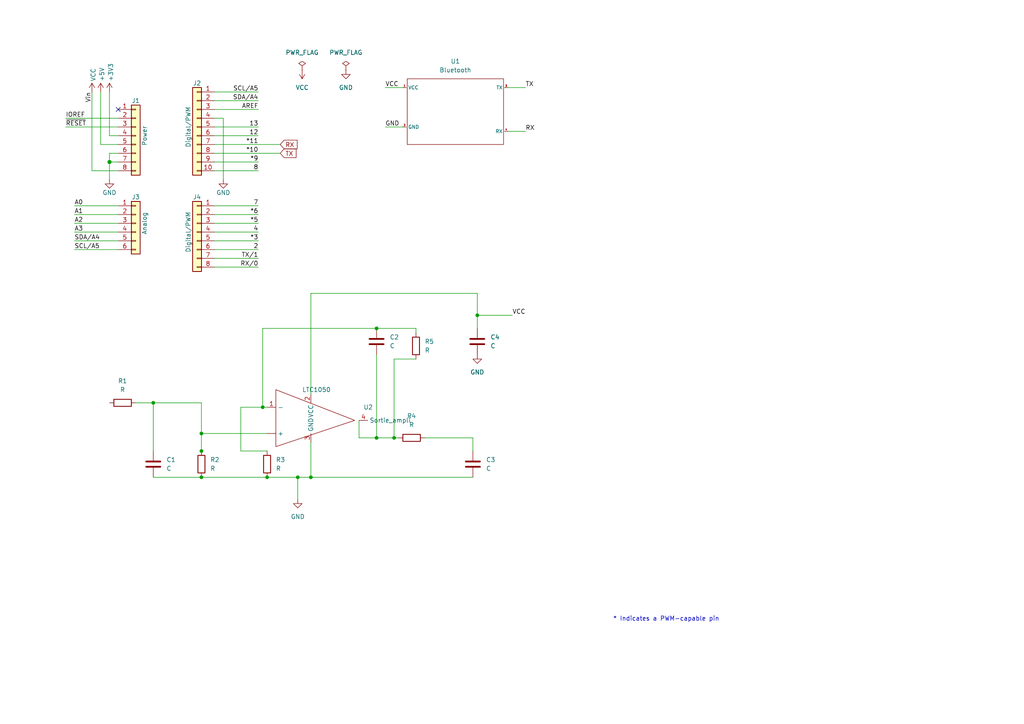
<source format=kicad_sch>
(kicad_sch (version 20211123) (generator eeschema)
  (paper "A4")
  (title_block (date "mar. 31 mars 2015"))
  (lib_symbols
    (symbol "Capteur_grapthie:Bluetooth"
      (property "Reference" "U" (at 0 0 0))
      (property "Value" "Bluetooth" (at 0 0 0))
      (symbol "Bluetooth_0_1"
        (rectangle (start -13.97 8.89) (end 13.97 -10.16))
      )
      (symbol "Bluetooth_1_1"
        (pin bidirectional line (at -15.24 6.35 0) (length 1) (name "VCC") (number "1"))
        (pin bidirectional line (at -15.24 -5.08 0) (length 1) (name "GND") (number "2"))
        (pin bidirectional line (at 15.24 6.35 180) (length 1) (name "TX") (number "3"))
        (pin bidirectional line (at 15.24 -6.35 180) (length 1) (name "RX") (number "4"))
      )
    )
    (symbol "Capteur_grapthie:LTC1050"
      (property "Reference" "U" (at 0 0 0))
      (property "Value" "LTC1050" (at -13.97 11.43 0))
      (symbol "LTC1050_0_1"
        (polyline (pts (xy -13.97 8.89) (xy 8.89 0) (xy -13.97 -7.62) (xy -13.97 8.89)))
      )
      (symbol "LTC1050_1_1"
        (pin input line (at -16.51 -3.81 0) (length 2.54) (name "+") (number ""))
        (pin input line (at -16.51 3.81 0) (length 2.54) (name "-") (number "1"))
        (pin bidirectional line (at -3.81 7.62 270) (length 2.54) (name "VCC") (number "2"))
        (pin bidirectional line (at -3.81 -6.35 90) (length 2.54) (name "GND") (number "3"))
        (pin output line (at 10.16 0 0) (length 2.54) (name "Sortie_ampli") (number "4"))
      )
    )
    (symbol "Connector_Generic:Conn_01x06" (pin_names (offset 1.016) hide)
      (property "Reference" "J" (at 0 7.62 0))
      (property "Value" "Conn_01x06" (at 0 -10.16 0))
      (symbol "Conn_01x06_1_1"
        (rectangle (start -1.27 -7.493) (end 0 -7.747) (stroke (width 0.1524)))
        (rectangle (start -1.27 -4.953) (end 0 -5.207) (stroke (width 0.1524)))
        (rectangle (start -1.27 -2.413) (end 0 -2.667) (stroke (width 0.1524)))
        (rectangle (start -1.27 0.127) (end 0 -0.127) (stroke (width 0.1524)))
        (rectangle (start -1.27 2.667) (end 0 2.413) (stroke (width 0.1524)))
        (rectangle (start -1.27 5.207) (end 0 4.953) (stroke (width 0.1524)))
        (rectangle (start -1.27 6.35) (end 1.27 -8.89) (stroke (width 0.254)) (fill (type background)))
        (pin passive line (at -5.08 5.08 0) (length 3.81) (name "Pin_1") (number "1"))
        (pin passive line (at -5.08 2.54 0) (length 3.81) (name "Pin_2") (number "2"))
        (pin passive line (at -5.08 0 0) (length 3.81) (name "Pin_3") (number "3"))
        (pin passive line (at -5.08 -2.54 0) (length 3.81) (name "Pin_4") (number "4"))
        (pin passive line (at -5.08 -5.08 0) (length 3.81) (name "Pin_5") (number "5"))
        (pin passive line (at -5.08 -7.62 0) (length 3.81) (name "Pin_6") (number "6"))
      )
    )
    (symbol "Connector_Generic:Conn_01x08" (pin_names (offset 1.016) hide)
      (property "Reference" "J" (at 0 10.16 0))
      (property "Value" "Conn_01x08" (at 0 -12.7 0))
      (symbol "Conn_01x08_1_1"
        (rectangle (start -1.27 -10.033) (end 0 -10.287) (stroke (width 0.1524)))
        (rectangle (start -1.27 -7.493) (end 0 -7.747) (stroke (width 0.1524)))
        (rectangle (start -1.27 -4.953) (end 0 -5.207) (stroke (width 0.1524)))
        (rectangle (start -1.27 -2.413) (end 0 -2.667) (stroke (width 0.1524)))
        (rectangle (start -1.27 0.127) (end 0 -0.127) (stroke (width 0.1524)))
        (rectangle (start -1.27 2.667) (end 0 2.413) (stroke (width 0.1524)))
        (rectangle (start -1.27 5.207) (end 0 4.953) (stroke (width 0.1524)))
        (rectangle (start -1.27 7.747) (end 0 7.493) (stroke (width 0.1524)))
        (rectangle (start -1.27 8.89) (end 1.27 -11.43) (stroke (width 0.254)) (fill (type background)))
        (pin passive line (at -5.08 7.62 0) (length 3.81) (name "Pin_1") (number "1"))
        (pin passive line (at -5.08 5.08 0) (length 3.81) (name "Pin_2") (number "2"))
        (pin passive line (at -5.08 2.54 0) (length 3.81) (name "Pin_3") (number "3"))
        (pin passive line (at -5.08 0 0) (length 3.81) (name "Pin_4") (number "4"))
        (pin passive line (at -5.08 -2.54 0) (length 3.81) (name "Pin_5") (number "5"))
        (pin passive line (at -5.08 -5.08 0) (length 3.81) (name "Pin_6") (number "6"))
        (pin passive line (at -5.08 -7.62 0) (length 3.81) (name "Pin_7") (number "7"))
        (pin passive line (at -5.08 -10.16 0) (length 3.81) (name "Pin_8") (number "8"))
      )
    )
    (symbol "Connector_Generic:Conn_01x10" (pin_names (offset 1.016) hide)
      (property "Reference" "J" (at 0 12.7 0))
      (property "Value" "Conn_01x10" (at 0 -15.24 0))
      (symbol "Conn_01x10_1_1"
        (rectangle (start -1.27 -12.573) (end 0 -12.827) (stroke (width 0.1524)))
        (rectangle (start -1.27 -10.033) (end 0 -10.287) (stroke (width 0.1524)))
        (rectangle (start -1.27 -7.493) (end 0 -7.747) (stroke (width 0.1524)))
        (rectangle (start -1.27 -4.953) (end 0 -5.207) (stroke (width 0.1524)))
        (rectangle (start -1.27 -2.413) (end 0 -2.667) (stroke (width 0.1524)))
        (rectangle (start -1.27 0.127) (end 0 -0.127) (stroke (width 0.1524)))
        (rectangle (start -1.27 2.667) (end 0 2.413) (stroke (width 0.1524)))
        (rectangle (start -1.27 5.207) (end 0 4.953) (stroke (width 0.1524)))
        (rectangle (start -1.27 7.747) (end 0 7.493) (stroke (width 0.1524)))
        (rectangle (start -1.27 10.287) (end 0 10.033) (stroke (width 0.1524)))
        (rectangle (start -1.27 11.43) (end 1.27 -13.97) (stroke (width 0.254)) (fill (type background)))
        (pin passive line (at -5.08 10.16 0) (length 3.81) (name "Pin_1") (number "1"))
        (pin passive line (at -5.08 -12.7 0) (length 3.81) (name "Pin_10") (number "10"))
        (pin passive line (at -5.08 7.62 0) (length 3.81) (name "Pin_2") (number "2"))
        (pin passive line (at -5.08 5.08 0) (length 3.81) (name "Pin_3") (number "3"))
        (pin passive line (at -5.08 2.54 0) (length 3.81) (name "Pin_4") (number "4"))
        (pin passive line (at -5.08 0 0) (length 3.81) (name "Pin_5") (number "5"))
        (pin passive line (at -5.08 -2.54 0) (length 3.81) (name "Pin_6") (number "6"))
        (pin passive line (at -5.08 -5.08 0) (length 3.81) (name "Pin_7") (number "7"))
        (pin passive line (at -5.08 -7.62 0) (length 3.81) (name "Pin_8") (number "8"))
        (pin passive line (at -5.08 -10.16 0) (length 3.81) (name "Pin_9") (number "9"))
      )
    )
    (symbol "Device:C" (pin_numbers hide) (pin_names (offset 0.254))
      (property "Reference" "C" (at 0.635 2.54 0))
      (property "Value" "C" (at 0.635 -2.54 0))
      (symbol "C_0_1"
        (polyline (pts (xy -2.032 -0.762) (xy 2.032 -0.762)) (stroke (width 0.508)))
        (polyline (pts (xy -2.032 0.762) (xy 2.032 0.762)) (stroke (width 0.508)))
      )
      (symbol "C_1_1"
        (pin passive line (at 0 3.81 270) (length 2.794) (name "~") (number "1"))
        (pin passive line (at 0 -3.81 90) (length 2.794) (name "~") (number "2"))
      )
    )
    (symbol "Device:R" (pin_numbers hide) (pin_names (offset 0))
      (property "Reference" "R" (at 2.032 0 90))
      (property "Value" "R" (at 0 0 90))
      (symbol "R_0_1"
        (rectangle (start -1.016 -2.54) (end 1.016 2.54) (stroke (width 0.254)))
      )
      (symbol "R_1_1"
        (pin passive line (at 0 3.81 270) (length 1.27) (name "~") (number "1"))
        (pin passive line (at 0 -3.81 90) (length 1.27) (name "~") (number "2"))
      )
    )
    (symbol "power:+3V3" (power) (pin_names (offset 0))
      (property "Value" "+3V3" (at 0 3.556 0))
      (symbol "+3V3_0_1"
        (polyline (pts (xy -0.762 1.27) (xy 0 2.54)))
        (polyline (pts (xy 0 0) (xy 0 2.54)))
        (polyline (pts (xy 0 2.54) (xy 0.762 1.27)))
      )
      (symbol "+3V3_1_1"
        (pin power_in line (at 0 0 90) (length 0) hide (name "+3V3") (number "1"))
      )
    )
    (symbol "power:+5V" (power) (pin_names (offset 0))
      (property "Value" "+5V" (at 0 3.556 0))
      (symbol "+5V_0_1"
        (polyline (pts (xy -0.762 1.27) (xy 0 2.54)))
        (polyline (pts (xy 0 0) (xy 0 2.54)))
        (polyline (pts (xy 0 2.54) (xy 0.762 1.27)))
      )
      (symbol "+5V_1_1"
        (pin power_in line (at 0 0 90) (length 0) hide (name "+5V") (number "1"))
      )
    )
    (symbol "power:GND" (power) (pin_names (offset 0))
      (property "Value" "GND" (at 0 -3.81 0))
      (symbol "GND_0_1"
        (polyline (pts (xy 0 0) (xy 0 -1.27) (xy 1.27 -1.27) (xy 0 -2.54) (xy -1.27 -1.27) (xy 0 -1.27)))
      )
      (symbol "GND_1_1"
        (pin power_in line (at 0 0 270) (length 0) hide (name "GND") (number "1"))
      )
    )
    (symbol "power:PWR_FLAG" (power) (pin_numbers hide) (pin_names (offset 0) hide)
      (property "Value" "PWR_FLAG" (at 0 3.81 0))
      (symbol "PWR_FLAG_0_0"
        (pin power_out line (at 0 0 90) (length 0) (name "pwr") (number "1"))
      )
      (symbol "PWR_FLAG_0_1"
        (polyline (pts (xy 0 0) (xy 0 1.27) (xy -1.016 1.905) (xy 0 2.54) (xy 1.016 1.905) (xy 0 1.27)))
      )
    )
    (symbol "power:VCC" (power) (pin_names (offset 0))
      (property "Value" "VCC" (at 0 3.81 0))
      (symbol "VCC_0_1"
        (polyline (pts (xy -0.762 1.27) (xy 0 2.54)))
        (polyline (pts (xy 0 0) (xy 0 2.54)))
        (polyline (pts (xy 0 2.54) (xy 0.762 1.27)))
      )
      (symbol "VCC_1_1"
        (pin power_in line (at 0 0 90) (length 0) hide (name "VCC") (number "1"))
      )
    )
  )
  (junction (at 138.43 91.44))
  (junction (at 44.45 116.84))
  (junction (at 86.36 138.43))
  (junction (at 114.3 127))
  (junction (at 58.42 130.81))
  (junction (at 31.75 46.99) (diameter 1.016))
  (junction (at 109.22 95.25))
  (junction (at 109.22 127))
  (junction (at 58.42 125.73))
  (junction (at 90.17 138.43))
  (junction (at 76.2 118.11))
  (junction (at 58.42 138.43))
  (junction (at 77.47 138.43))
  (no_connect (at 34.29 31.75))
  (wire (pts (xy 76.2 95.25) (xy 76.2 118.11)))
  (wire (pts (xy 62.23 44.45) (xy 81.28 44.45)))
  (wire (pts (xy 114.3 127) (xy 114.3 104.14)))
  (wire (pts (xy 62.23 26.67) (xy 74.93 26.67)))
  (wire (pts (xy 86.36 138.43) (xy 86.36 144.78)))
  (wire (pts (xy 109.22 127) (xy 114.3 127)))
  (wire (pts (xy 31.75 44.45) (xy 31.75 46.99)))
  (wire (pts (xy 109.22 102.87) (xy 109.22 127)))
  (wire (pts (xy 21.59 72.39) (xy 34.29 72.39)))
  (wire (pts (xy 31.75 46.99) (xy 31.75 52.07)))
  (wire (pts (xy 31.75 39.37) (xy 34.29 39.37)))
  (wire (pts (xy 29.21 41.91) (xy 34.29 41.91)))
  (wire (pts (xy 69.85 118.11) (xy 76.2 118.11)))
  (wire (pts (xy 29.21 26.67) (xy 29.21 41.91)))
  (wire (pts (xy 69.85 130.81) (xy 69.85 118.11)))
  (wire (pts (xy 111.76 36.83) (xy 116.84 36.83)))
  (wire (pts (xy 62.23 36.83) (xy 74.93 36.83)))
  (wire (pts (xy 31.75 26.67) (xy 31.75 39.37)))
  (wire (pts (xy 62.23 59.69) (xy 74.93 59.69)))
  (wire (pts (xy 114.3 127) (xy 115.57 127)))
  (wire (pts (xy 34.29 59.69) (xy 21.59 59.69)))
  (wire (pts (xy 62.23 39.37) (xy 74.93 39.37)))
  (wire (pts (xy 44.45 116.84) (xy 58.42 116.84)))
  (wire (pts (xy 62.23 62.23) (xy 74.93 62.23)))
  (wire (pts (xy 120.65 96.52) (xy 120.65 95.25)))
  (wire (pts (xy 147.32 25.4) (xy 152.4 25.4)))
  (wire (pts (xy 39.37 116.84) (xy 44.45 116.84)))
  (wire (pts (xy 138.43 91.44) (xy 148.59 91.44)))
  (wire (pts (xy 62.23 46.99) (xy 74.93 46.99)))
  (wire (pts (xy 86.36 138.43) (xy 90.17 138.43)))
  (wire (pts (xy 77.47 138.43) (xy 86.36 138.43)))
  (wire (pts (xy 62.23 67.31) (xy 74.93 67.31)))
  (wire (pts (xy 19.05 34.29) (xy 34.29 34.29)))
  (wire (pts (xy 44.45 138.43) (xy 58.42 138.43)))
  (wire (pts (xy 58.42 116.84) (xy 58.42 125.73)))
  (wire (pts (xy 123.19 127) (xy 137.16 127)))
  (wire (pts (xy 64.77 34.29) (xy 64.77 52.07)))
  (wire (pts (xy 62.23 31.75) (xy 74.93 31.75)))
  (wire (pts (xy 62.23 77.47) (xy 74.93 77.47)))
  (wire (pts (xy 58.42 138.43) (xy 77.47 138.43)))
  (wire (pts (xy 34.29 64.77) (xy 21.59 64.77)))
  (wire (pts (xy 19.05 36.83) (xy 34.29 36.83)))
  (wire (pts (xy 34.29 46.99) (xy 31.75 46.99)))
  (wire (pts (xy 114.3 104.14) (xy 120.65 104.14)))
  (wire (pts (xy 90.17 138.43) (xy 137.16 138.43)))
  (wire (pts (xy 109.22 95.25) (xy 120.65 95.25)))
  (wire (pts (xy 58.42 125.73) (xy 77.47 125.73)))
  (wire (pts (xy 44.45 116.84) (xy 44.45 130.81)))
  (wire (pts (xy 34.29 49.53) (xy 26.67 49.53)))
  (wire (pts (xy 21.59 62.23) (xy 34.29 62.23)))
  (wire (pts (xy 104.14 121.92) (xy 104.14 127)))
  (wire (pts (xy 137.16 127) (xy 137.16 130.81)))
  (wire (pts (xy 58.42 130.81) (xy 58.42 132.08)))
  (wire (pts (xy 62.23 34.29) (xy 64.77 34.29)))
  (wire (pts (xy 111.76 25.4) (xy 116.84 25.4)))
  (wire (pts (xy 34.29 44.45) (xy 31.75 44.45)))
  (wire (pts (xy 90.17 128.27) (xy 90.17 138.43)))
  (wire (pts (xy 90.17 85.09) (xy 90.17 114.3)))
  (wire (pts (xy 62.23 41.91) (xy 81.28 41.91)))
  (wire (pts (xy 109.22 95.25) (xy 76.2 95.25)))
  (wire (pts (xy 77.47 130.81) (xy 69.85 130.81)))
  (wire (pts (xy 62.23 64.77) (xy 74.93 64.77)))
  (wire (pts (xy 21.59 67.31) (xy 34.29 67.31)))
  (wire (pts (xy 138.43 85.09) (xy 90.17 85.09)))
  (wire (pts (xy 138.43 91.44) (xy 138.43 85.09)))
  (wire (pts (xy 104.14 127) (xy 109.22 127)))
  (wire (pts (xy 147.32 38.1) (xy 152.4 38.1)))
  (wire (pts (xy 62.23 29.21) (xy 74.93 29.21)))
  (wire (pts (xy 62.23 72.39) (xy 74.93 72.39)))
  (wire (pts (xy 58.42 125.73) (xy 58.42 130.81)))
  (wire (pts (xy 138.43 95.25) (xy 138.43 91.44)))
  (wire (pts (xy 62.23 74.93) (xy 74.93 74.93)))
  (wire (pts (xy 62.23 69.85) (xy 74.93 69.85)))
  (wire (pts (xy 26.67 49.53) (xy 26.67 26.67)))
  (wire (pts (xy 34.29 69.85) (xy 21.59 69.85)))
  (wire (pts (xy 62.23 49.53) (xy 74.93 49.53)))
  (wire (pts (xy 76.2 118.11) (xy 77.47 118.11)))
  (text "* Indicates a PWM-capable pin" (at 177.8 180.34 0) (effects (font (size 1.27 1.27)) (justify left bottom)))
  (label "RX{slash}0" (at 74.93 77.47 180))
  (label "A2" (at 21.59 64.77 0))
  (label "4" (at 74.93 67.31 180))
  (label "VCC" (at 111.76 25.4 0))
  (label "2" (at 74.93 72.39 180))
  (label "RX" (at 152.4 38.1 0))
  (label "A3" (at 21.59 67.31 0))
  (label "13" (at 74.93 36.83 180))
  (label "12" (at 74.93 39.37 180))
  (label "~{RESET}" (at 19.05 36.83 0))
  (label "TX" (at 152.4 25.4 0))
  (label "*10" (at 74.93 44.45 180))
  (label "VCC" (at 148.59 91.44 0))
  (label "7" (at 74.93 59.69 180))
  (label "SDA{slash}A4" (at 74.93 29.21 180))
  (label "8" (at 74.93 49.53 180))
  (label "*11" (at 74.93 41.91 180))
  (label "*3" (at 74.93 69.85 180))
  (label "A1" (at 21.59 62.23 0))
  (label "TX{slash}1" (at 74.93 74.93 180))
  (label "A0" (at 21.59 59.69 0))
  (label "AREF" (at 74.93 31.75 180))
  (label "Vin" (at 26.67 26.67 270))
  (label "*6" (at 74.93 62.23 180))
  (label "SCL{slash}A5" (at 74.93 26.67 180))
  (label "*9" (at 74.93 46.99 180))
  (label "*5" (at 74.93 64.77 180))
  (label "IOREF" (at 19.05 34.29 0))
  (label "SDA{slash}A4" (at 21.59 69.85 0))
  (label "SCL{slash}A5" (at 21.59 72.39 0))
  (label "GND" (at 111.76 36.83 0))
  (global_label "RX" (shape input) (at 81.28 41.91 0) (property "Intersheet References" "${INTERSHEET_REFS}" (effects hide)))
  (global_label "TX" (shape input) (at 81.28 44.45 0) (property "Intersheet References" "${INTERSHEET_REFS}" (effects hide)))
  (symbol (lib_id "Connector_Generic:Conn_01x08") (at 39.37 39.37 0) (unit 1)
    (property "Reference" "J1" (at 39.37 29.21 0))
    (property "Value" "Power" (at 41.91 39.37 90))
    (property "Footprint" "Connector_PinSocket_2.54mm:PinSocket_1x08_P2.54mm_Vertical" (effects hide))
  )
  (symbol (lib_id "power:+3V3") (at 31.75 26.67 0) (unit 1)
    (property "Reference" "#PWR03" (effects hide))
    (property "Value" "+3.3V" (at 32.131 23.622 90) (effects (justify left)))
  )
  (symbol (lib_id "power:+5V") (at 29.21 26.67 0) (unit 1)
    (property "Reference" "#PWR02" (effects hide))
    (property "Value" "+5V" (at 29.5656 23.622 90) (effects (justify left)))
  )
  (symbol (lib_id "power:GND") (at 31.75 52.07 0) (unit 1)
    (property "Reference" "#PWR04" (effects hide))
    (property "Value" "GND" (at 31.75 55.88 0))
  )
  (symbol (lib_id "Connector_Generic:Conn_01x10") (at 57.15 36.83 0) (mirror y) (unit 1)
    (property "Reference" "J2" (at 57.15 24.13 0))
    (property "Value" "Digital/PWM" (at 54.61 36.83 90))
    (property "Footprint" "Connector_PinSocket_2.54mm:PinSocket_1x10_P2.54mm_Vertical" (effects hide))
  )
  (symbol (lib_id "power:GND") (at 64.77 52.07 0) (unit 1)
    (property "Reference" "#PWR05" (effects hide))
    (property "Value" "GND" (at 64.77 55.88 0))
  )
  (symbol (lib_id "Connector_Generic:Conn_01x06") (at 39.37 64.77 0) (unit 1)
    (property "Reference" "J3" (at 39.37 57.15 0))
    (property "Value" "Analog" (at 41.91 64.77 90))
    (property "Footprint" "Connector_PinSocket_2.54mm:PinSocket_1x06_P2.54mm_Vertical" (effects hide))
  )
  (symbol (lib_id "Connector_Generic:Conn_01x08") (at 57.15 67.31 0) (mirror y) (unit 1)
    (property "Reference" "J4" (at 57.15 57.15 0))
    (property "Value" "Digital/PWM" (at 54.61 67.31 90))
    (property "Footprint" "Connector_PinSocket_2.54mm:PinSocket_1x08_P2.54mm_Vertical" (effects hide))
  )
  (symbol (lib_id "Capteur_grapthie:Bluetooth") (at 132.08 31.75 0) (unit 1)
    (property "Reference" "U1" (at 132.08 17.78 0))
    (property "Value" "Bluetooth" (at 132.08 20.32 0))
    (property "Footprint" "Lib_capteur_graphite:Blutooth" (effects hide))
  )
  (symbol (lib_id "Device:C") (at 109.22 99.06 0) (unit 1)
    (property "Reference" "C2" (at 113.03 97.7899 0) (effects (justify left)))
    (property "Value" "C" (at 113.03 100.3299 0) (effects (justify left)))
    (property "Footprint" "Capacitor_THT:CP_Radial_D4.0mm_P1.50mm" (effects hide))
  )
  (symbol (lib_id "Device:R") (at 120.65 100.33 0) (unit 1)
    (property "Reference" "R5" (at 123.19 99.0599 0) (effects (justify left)))
    (property "Value" "R" (at 123.19 101.5999 0) (effects (justify left)))
    (property "Footprint" "Resistor_THT:R_Axial_DIN0204_L3.6mm_D1.6mm_P1.90mm_Vertical" (effects hide))
  )
  (symbol (lib_id "power:VCC") (at 87.63 20.32 180) (unit 1)
    (property "Reference" "#PWR0102" (effects hide))
    (property "Value" "VCC" (at 87.63 25.4 0))
  )
  (symbol (lib_id "power:VCC") (at 26.67 26.67 0) (unit 1)
    (property "Reference" "#PWR01" (effects hide))
    (property "Value" "VCC" (at 27.051 23.622 90) (effects (justify left)))
  )
  (symbol (lib_id "power:GND") (at 138.43 102.87 0) (unit 1)
    (property "Reference" "#PWR0104" (effects hide))
    (property "Value" "GND" (at 138.43 107.95 0))
  )
  (symbol (lib_id "power:GND") (at 100.33 20.32 0) (unit 1)
    (property "Reference" "#PWR0101" (effects hide))
    (property "Value" "GND" (at 100.33 25.4 0))
  )
  (symbol (lib_id "Device:C") (at 44.45 134.62 0) (unit 1)
    (property "Reference" "C1" (at 48.26 133.3499 0) (effects (justify left)))
    (property "Value" "C" (at 48.26 135.8899 0) (effects (justify left)))
    (property "Footprint" "Capacitor_THT:CP_Radial_D4.0mm_P1.50mm" (effects hide))
  )
  (symbol (lib_id "Device:C") (at 138.43 99.06 0) (unit 1)
    (property "Reference" "C4" (at 142.24 97.7899 0) (effects (justify left)))
    (property "Value" "C" (at 142.24 100.3299 0) (effects (justify left)))
    (property "Footprint" "Capacitor_THT:CP_Radial_D4.0mm_P1.50mm" (effects hide))
  )
  (symbol (lib_id "Device:R") (at 77.47 134.62 0) (unit 1)
    (property "Reference" "R3" (at 80.01 133.3499 0) (effects (justify left)))
    (property "Value" "R" (at 80.01 135.8899 0) (effects (justify left)))
    (property "Footprint" "Resistor_THT:R_Axial_DIN0204_L3.6mm_D1.6mm_P1.90mm_Vertical" (effects hide))
  )
  (symbol (lib_id "Device:C") (at 137.16 134.62 0) (unit 1)
    (property "Reference" "C3" (at 140.97 133.3499 0) (effects (justify left)))
    (property "Value" "C" (at 140.97 135.8899 0) (effects (justify left)))
  )
  (symbol (lib_id "Capteur_grapthie:LTC1050") (at 93.98 121.92 0) (unit 1)
    (property "Reference" "U2" (at 105.41 118.11 0) (effects (justify left)))
    (property "Value" "LTC1050" (at 87.63 113.03 0) (effects (justify left)))
  )
  (symbol (lib_id "power:PWR_FLAG") (at 87.63 20.32 0) (unit 1)
    (property "Reference" "#FLG0101" (effects hide))
    (property "Value" "PWR_FLAG" (at 87.63 15.24 0))
  )
  (symbol (lib_id "Device:R") (at 119.38 127 90) (unit 1)
    (property "Reference" "R4" (at 119.38 120.65 90))
    (property "Value" "R" (at 119.38 123.19 90))
    (property "Footprint" "Resistor_THT:R_Axial_DIN0204_L3.6mm_D1.6mm_P1.90mm_Vertical" (effects hide))
  )
  (symbol (lib_id "power:GND") (at 86.36 144.78 0) (unit 1)
    (property "Reference" "#PWR0103" (effects hide))
    (property "Value" "GND" (at 86.36 149.86 0))
  )
  (symbol (lib_id "Device:R") (at 58.42 134.62 0) (unit 1)
    (property "Reference" "R2" (at 60.96 133.3499 0) (effects (justify left)))
    (property "Value" "R" (at 60.96 135.8899 0) (effects (justify left)))
    (property "Footprint" "Resistor_THT:R_Axial_DIN0204_L3.6mm_D1.6mm_P1.90mm_Vertical" (effects hide))
  )
  (symbol (lib_id "Device:R") (at 35.56 116.84 90) (unit 1)
    (property "Reference" "R1" (at 35.56 110.49 90))
    (property "Value" "R" (at 35.56 113.03 90))
    (property "Footprint" "Resistor_THT:R_Axial_DIN0204_L3.6mm_D1.6mm_P1.90mm_Vertical" (effects hide))
  )
  (symbol (lib_id "power:PWR_FLAG") (at 100.33 20.32 0) (unit 1)
    (property "Reference" "#FLG0102" (effects hide))
    (property "Value" "PWR_FLAG" (at 100.33 15.24 0))
  )
)
</source>
